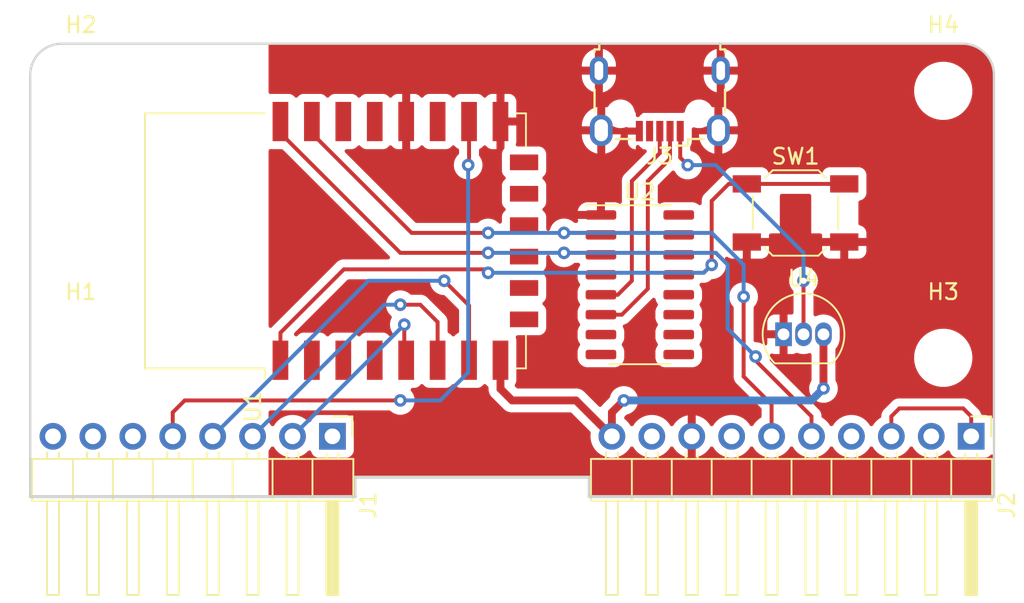
<source format=kicad_pcb>
(kicad_pcb (version 20221018) (generator pcbnew)
  (layers (0 "F.Cu" signal) (31 "B.Cu" signal) (34 "B.Paste" user) (35 "F.Paste" user) (36 "B.SilkS" user "B.Silkscreen") (37 "F.SilkS" user "F.Silkscreen") (38 "B.Mask" user) (39 "F.Mask" user) (44 "Edge.Cuts" user))
  (net 0 "")
  (net 22 "+3.3V")
  (net 23 "Net-(SW1A-C)")
  (net 24 "Net-(J1-C3)")
  (net 25 "Net-(J1-B2)")
  (net 26 "Net-(J1-B3)")
  (net 27 "GND")
  (net 28 "Net-(J1-A4)")
  (net 29 "Net-(J2-TX)")
  (net 30 "Net-(J2-RX)")
  (net 31 "Net-(J3-D+)")
  (net 32 "Net-(J3-D-)")
  (net 33 "Net-(J3-VBUS)")
  (net 35 "Net-(J2-C0)")
  (footprint "Package_TO_SOT_THT:TO-92_Inline" (layer "F.Cu") (at 146.482 78.502)
    (fp_text reference "U4" (at 1.27 -3.56) (layer "F.SilkS"))
    (fp_text value "MCP1700x-330xxTO")
    (fp_line (start -0.53 1.85) (end 3.07 1.85) (stroke (width 0.12)) (layer "F.SilkS"))
    (fp_arc (start -0.568478 1.838478) (mid -1.132087 -0.994977) (end 1.27 -2.6) (stroke (width 0.12)) (layer "F.SilkS"))
    (fp_arc (start 1.27 -2.6) (mid 3.672087 -0.994977) (end 3.108478 1.838478) (stroke (width 0.12)) (layer "F.SilkS"))
    (pad "1" thru_hole rect (at 0 0) (size 1.05 1.5) (drill 0.75) (layers "*.Cu" "*.Mask") (net 27 "GND"))
    (pad "2" thru_hole oval (at 1.27 0) (size 1.05 1.5) (drill 0.75) (layers "*.Cu" "*.Mask") (net 33 "Net-(J3-VBUS)"))
    (pad "3" thru_hole oval (at 2.54 0) (size 1.05 1.5) (drill 0.75) (layers "*.Cu" "*.Mask") (net 22 "+3.3V"))
  )
  (footprint "Connector_PinHeader_2.54mm:PinHeader_1x10_P2.54mm_Horizontal" (layer "F.Cu") (at 135.56 85 -90)
    (fp_text reference "J2" (at 4.385 -25.13 90) (layer "F.SilkS"))
    (fp_text value "Conn_01x10_Pin")
    (fp_line (start -1.27 -24.13) (end 0 -24.13) (stroke (width 0.12)) (layer "F.SilkS"))
    (fp_line (start -1.27 -22.86) (end -1.27 -24.13) (stroke (width 0.12)) (layer "F.SilkS"))
    (fp_line (start 1.042929 -20.7) (end 1.44 -20.7) (stroke (width 0.12)) (layer "F.SilkS"))
    (fp_line (start 1.042929 -19.94) (end 1.44 -19.94) (stroke (width 0.12)) (layer "F.SilkS"))
    (fp_line (start 1.042929 -18.16) (end 1.44 -18.16) (stroke (width 0.12)) (layer "F.SilkS"))
    (fp_line (start 1.042929 -17.4) (end 1.44 -17.4) (stroke (width 0.12)) (layer "F.SilkS"))
    (fp_line (start 1.042929 -15.62) (end 1.44 -15.62) (stroke (width 0.12)) (layer "F.SilkS"))
    (fp_line (start 1.042929 -14.86) (end 1.44 -14.86) (stroke (width 0.12)) (layer "F.SilkS"))
    (fp_line (start 1.042929 -13.08) (end 1.44 -13.08) (stroke (width 0.12)) (layer "F.SilkS"))
    (fp_line (start 1.042929 -12.32) (end 1.44 -12.32) (stroke (width 0.12)) (layer "F.SilkS"))
    (fp_line (start 1.042929 -10.54) (end 1.44 -10.54) (stroke (width 0.12)) (layer "F.SilkS"))
    (fp_line (start 1.042929 -9.78) (end 1.44 -9.78) (stroke (width 0.12)) (layer "F.SilkS"))
    (fp_line (start 1.042929 -8) (end 1.44 -8) (stroke (width 0.12)) (layer "F.SilkS"))
    (fp_line (start 1.042929 -7.24) (end 1.44 -7.24) (stroke (width 0.12)) (layer "F.SilkS"))
    (fp_line (start 1.042929 -5.46) (end 1.44 -5.46) (stroke (width 0.12)) (layer "F.SilkS"))
    (fp_line (start 1.042929 -4.7) (end 1.44 -4.7) (stroke (width 0.12)) (layer "F.SilkS"))
    (fp_line (start 1.042929 -2.92) (end 1.44 -2.92) (stroke (width 0.12)) (layer "F.SilkS"))
    (fp_line (start 1.042929 -2.16) (end 1.44 -2.16) (stroke (width 0.12)) (layer "F.SilkS"))
    (fp_line (start 1.042929 -0.38) (end 1.44 -0.38) (stroke (width 0.12)) (layer "F.SilkS"))
    (fp_line (start 1.042929 0.38) (end 1.44 0.38) (stroke (width 0.12)) (layer "F.SilkS"))
    (fp_line (start 1.11 -23.24) (end 1.44 -23.24) (stroke (width 0.12)) (layer "F.SilkS"))
    (fp_line (start 1.11 -22.48) (end 1.44 -22.48) (stroke (width 0.12)) (layer "F.SilkS"))
    (fp_line (start 1.44 -24.19) (end 1.44 1.33) (stroke (width 0.12)) (layer "F.SilkS"))
    (fp_line (start 1.44 -21.59) (end 4.1 -21.59) (stroke (width 0.12)) (layer "F.SilkS"))
    (fp_line (start 1.44 -19.05) (end 4.1 -19.05) (stroke (width 0.12)) (layer "F.SilkS"))
    (fp_line (start 1.44 -16.51) (end 4.1 -16.51) (stroke (width 0.12)) (layer "F.SilkS"))
    (fp_line (start 1.44 -13.97) (end 4.1 -13.97) (stroke (width 0.12)) (layer "F.SilkS"))
    (fp_line (start 1.44 -11.43) (end 4.1 -11.43) (stroke (width 0.12)) (layer "F.SilkS"))
    (fp_line (start 1.44 -8.89) (end 4.1 -8.89) (stroke (width 0.12)) (layer "F.SilkS"))
    (fp_line (start 1.44 -6.35) (end 4.1 -6.35) (stroke (width 0.12)) (layer "F.SilkS"))
    (fp_line (start 1.44 -3.81) (end 4.1 -3.81) (stroke (width 0.12)) (layer "F.SilkS"))
    (fp_line (start 1.44 -1.27) (end 4.1 -1.27) (stroke (width 0.12)) (layer "F.SilkS"))
    (fp_line (start 1.44 1.33) (end 4.1 1.33) (stroke (width 0.12)) (layer "F.SilkS"))
    (fp_line (start 4.1 -24.19) (end 1.44 -24.19) (stroke (width 0.12)) (layer "F.SilkS"))
    (fp_line (start 4.1 -23.24) (end 10.1 -23.24) (stroke (width 0.12)) (layer "F.SilkS"))
    (fp_line (start 4.1 -23.18) (end 10.1 -23.18) (stroke (width 0.12)) (layer "F.SilkS"))
    (fp_line (start 4.1 -23.06) (end 10.1 -23.06) (stroke (width 0.12)) (layer "F.SilkS"))
    (fp_line (start 4.1 -22.94) (end 10.1 -22.94) (stroke (width 0.12)) (layer "F.SilkS"))
    (fp_line (start 4.1 -22.82) (end 10.1 -22.82) (stroke (width 0.12)) (layer "F.SilkS"))
    (fp_line (start 4.1 -22.7) (end 10.1 -22.7) (stroke (width 0.12)) (layer "F.SilkS"))
    (fp_line (start 4.1 -22.58) (end 10.1 -22.58) (stroke (width 0.12)) (layer "F.SilkS"))
    (fp_line (start 4.1 -20.7) (end 10.1 -20.7) (stroke (width 0.12)) (layer "F.SilkS"))
    (fp_line (start 4.1 -18.16) (end 10.1 -18.16) (stroke (width 0.12)) (layer "F.SilkS"))
    (fp_line (start 4.1 -15.62) (end 10.1 -15.62) (stroke (width 0.12)) (layer "F.SilkS"))
    (fp_line (start 4.1 -13.08) (end 10.1 -13.08) (stroke (width 0.12)) (layer "F.SilkS"))
    (fp_line (start 4.1 -10.54) (end 10.1 -10.54) (stroke (width 0.12)) (layer "F.SilkS"))
    (fp_line (start 4.1 -8) (end 10.1 -8) (stroke (width 0.12)) (layer "F.SilkS"))
    (fp_line (start 4.1 -5.46) (end 10.1 -5.46) (stroke (width 0.12)) (layer "F.SilkS"))
    (fp_line (start 4.1 -2.92) (end 10.1 -2.92) (stroke (width 0.12)) (layer "F.SilkS"))
    (fp_line (start 4.1 -0.38) (end 10.1 -0.38) (stroke (width 0.12)) (layer "F.SilkS"))
    (fp_line (start 4.1 1.33) (end 4.1 -24.19) (stroke (width 0.12)) (layer "F.SilkS"))
    (fp_line (start 10.1 -23.24) (end 10.1 -22.48) (stroke (width 0.12)) (layer "F.SilkS"))
    (fp_line (start 10.1 -22.48) (end 4.1 -22.48) (stroke (width 0.12)) (layer "F.SilkS"))
    (fp_line (start 10.1 -20.7) (end 10.1 -19.94) (stroke (width 0.12)) (layer "F.SilkS"))
    (fp_line (start 10.1 -19.94) (end 4.1 -19.94) (stroke (width 0.12)) (layer "F.SilkS"))
    (fp_line (start 10.1 -18.16) (end 10.1 -17.4) (stroke (width 0.12)) (layer "F.SilkS"))
    (fp_line (start 10.1 -17.4) (end 4.1 -17.4) (stroke (width 0.12)) (layer "F.SilkS"))
    (fp_line (start 10.1 -15.62) (end 10.1 -14.86) (stroke (width 0.12)) (layer "F.SilkS"))
    (fp_line (start 10.1 -14.86) (end 4.1 -14.86) (stroke (width 0.12)) (layer "F.SilkS"))
    (fp_line (start 10.1 -13.08) (end 10.1 -12.32) (stroke (width 0.12)) (layer "F.SilkS"))
    (fp_line (start 10.1 -12.32) (end 4.1 -12.32) (stroke (width 0.12)) (layer "F.SilkS"))
    (fp_line (start 10.1 -10.54) (end 10.1 -9.78) (stroke (width 0.12)) (layer "F.SilkS"))
    (fp_line (start 10.1 -9.78) (end 4.1 -9.78) (stroke (width 0.12)) (layer "F.SilkS"))
    (fp_line (start 10.1 -8) (end 10.1 -7.24) (stroke (width 0.12)) (layer "F.SilkS"))
    (fp_line (start 10.1 -7.24) (end 4.1 -7.24) (stroke (width 0.12)) (layer "F.SilkS"))
    (fp_line (start 10.1 -5.46) (end 10.1 -4.7) (stroke (width 0.12)) (layer "F.SilkS"))
    (fp_line (start 10.1 -4.7) (end 4.1 -4.7) (stroke (width 0.12)) (layer "F.SilkS"))
    (fp_line (start 10.1 -2.92) (end 10.1 -2.16) (stroke (width 0.12)) (layer "F.SilkS"))
    (fp_line (start 10.1 -2.16) (end 4.1 -2.16) (stroke (width 0.12)) (layer "F.SilkS"))
    (fp_line (start 10.1 -0.38) (end 10.1 0.38) (stroke (width 0.12)) (layer "F.SilkS"))
    (fp_line (start 10.1 0.38) (end 4.1 0.38) (stroke (width 0.12)) (layer "F.SilkS"))
    (pad "1" thru_hole rect (at 0 -22.86 270) (size 1.7 1.7) (drill 1) (layers "*.Cu" "*.Mask") (net 35 "Net-(J2-C0)"))
    (pad "2" thru_hole oval (at 0 -20.32 270) (size 1.7 1.7) (drill 1) (layers "*.Cu" "*.Mask"))
    (pad "3" thru_hole oval (at 0 -17.78 270) (size 1.7 1.7) (drill 1) (layers "*.Cu" "*.Mask") (net 35 "Net-(J2-C0)"))
    (pad "4" thru_hole oval (at 0 -15.24 270) (size 1.7 1.7) (drill 1) (layers "*.Cu" "*.Mask"))
    (pad "5" thru_hole oval (at 0 -12.7 270) (size 1.7 1.7) (drill 1) (layers "*.Cu" "*.Mask") (net 30 "Net-(J2-RX)"))
    (pad "6" thru_hole oval (at 0 -10.16 270) (size 1.7 1.7) (drill 1) (layers "*.Cu" "*.Mask") (net 29 "Net-(J2-TX)"))
    (pad "7" thru_hole oval (at 0 -7.62 270) (size 1.7 1.7) (drill 1) (layers "*.Cu" "*.Mask"))
    (pad "8" thru_hole oval (at 0 -5.08 270) (size 1.7 1.7) (drill 1) (layers "*.Cu" "*.Mask") (net 27 "GND"))
    (pad "9" thru_hole oval (at 0 -2.54 270) (size 1.7 1.7) (drill 1) (layers "*.Cu" "*.Mask"))
    (pad "10" thru_hole oval (at 0 0 270) (size 1.7 1.7) (drill 1) (layers "*.Cu" "*.Mask") (net 22 "+3.3V"))
  )
  (footprint "Connector_PinHeader_2.54mm:PinHeader_1x08_P2.54mm_Horizontal" (layer "F.Cu") (at 100 85 -90)
    (fp_text reference "J1" (at 4.385 -20.05 90) (layer "F.SilkS"))
    (fp_text value "Conn_01x08_Pin")
    (fp_line (start -1.27 -19.05) (end 0 -19.05) (stroke (width 0.12)) (layer "F.SilkS"))
    (fp_line (start -1.27 -17.78) (end -1.27 -19.05) (stroke (width 0.12)) (layer "F.SilkS"))
    (fp_line (start 1.042929 -15.62) (end 1.44 -15.62) (stroke (width 0.12)) (layer "F.SilkS"))
    (fp_line (start 1.042929 -14.86) (end 1.44 -14.86) (stroke (width 0.12)) (layer "F.SilkS"))
    (fp_line (start 1.042929 -13.08) (end 1.44 -13.08) (stroke (width 0.12)) (layer "F.SilkS"))
    (fp_line (start 1.042929 -12.32) (end 1.44 -12.32) (stroke (width 0.12)) (layer "F.SilkS"))
    (fp_line (start 1.042929 -10.54) (end 1.44 -10.54) (stroke (width 0.12)) (layer "F.SilkS"))
    (fp_line (start 1.042929 -9.78) (end 1.44 -9.78) (stroke (width 0.12)) (layer "F.SilkS"))
    (fp_line (start 1.042929 -8) (end 1.44 -8) (stroke (width 0.12)) (layer "F.SilkS"))
    (fp_line (start 1.042929 -7.24) (end 1.44 -7.24) (stroke (width 0.12)) (layer "F.SilkS"))
    (fp_line (start 1.042929 -5.46) (end 1.44 -5.46) (stroke (width 0.12)) (layer "F.SilkS"))
    (fp_line (start 1.042929 -4.7) (end 1.44 -4.7) (stroke (width 0.12)) (layer "F.SilkS"))
    (fp_line (start 1.042929 -2.92) (end 1.44 -2.92) (stroke (width 0.12)) (layer "F.SilkS"))
    (fp_line (start 1.042929 -2.16) (end 1.44 -2.16) (stroke (width 0.12)) (layer "F.SilkS"))
    (fp_line (start 1.042929 -0.38) (end 1.44 -0.38) (stroke (width 0.12)) (layer "F.SilkS"))
    (fp_line (start 1.042929 0.38) (end 1.44 0.38) (stroke (width 0.12)) (layer "F.SilkS"))
    (fp_line (start 1.11 -18.16) (end 1.44 -18.16) (stroke (width 0.12)) (layer "F.SilkS"))
    (fp_line (start 1.11 -17.4) (end 1.44 -17.4) (stroke (width 0.12)) (layer "F.SilkS"))
    (fp_line (start 1.44 -19.11) (end 1.44 1.33) (stroke (width 0.12)) (layer "F.SilkS"))
    (fp_line (start 1.44 -16.51) (end 4.1 -16.51) (stroke (width 0.12)) (layer "F.SilkS"))
    (fp_line (start 1.44 -13.97) (end 4.1 -13.97) (stroke (width 0.12)) (layer "F.SilkS"))
    (fp_line (start 1.44 -11.43) (end 4.1 -11.43) (stroke (width 0.12)) (layer "F.SilkS"))
    (fp_line (start 1.44 -8.89) (end 4.1 -8.89) (stroke (width 0.12)) (layer "F.SilkS"))
    (fp_line (start 1.44 -6.35) (end 4.1 -6.35) (stroke (width 0.12)) (layer "F.SilkS"))
    (fp_line (start 1.44 -3.81) (end 4.1 -3.81) (stroke (width 0.12)) (layer "F.SilkS"))
    (fp_line (start 1.44 -1.27) (end 4.1 -1.27) (stroke (width 0.12)) (layer "F.SilkS"))
    (fp_line (start 1.44 1.33) (end 4.1 1.33) (stroke (width 0.12)) (layer "F.SilkS"))
    (fp_line (start 4.1 -19.11) (end 1.44 -19.11) (stroke (width 0.12)) (layer "F.SilkS"))
    (fp_line (start 4.1 -18.16) (end 10.1 -18.16) (stroke (width 0.12)) (layer "F.SilkS"))
    (fp_line (start 4.1 -18.1) (end 10.1 -18.1) (stroke (width 0.12)) (layer "F.SilkS"))
    (fp_line (start 4.1 -17.98) (end 10.1 -17.98) (stroke (width 0.12)) (layer "F.SilkS"))
    (fp_line (start 4.1 -17.86) (end 10.1 -17.86) (stroke (width 0.12)) (layer "F.SilkS"))
    (fp_line (start 4.1 -17.74) (end 10.1 -17.74) (stroke (width 0.12)) (layer "F.SilkS"))
    (fp_line (start 4.1 -17.62) (end 10.1 -17.62) (stroke (width 0.12)) (layer "F.SilkS"))
    (fp_line (start 4.1 -17.5) (end 10.1 -17.5) (stroke (width 0.12)) (layer "F.SilkS"))
    (fp_line (start 4.1 -15.62) (end 10.1 -15.62) (stroke (width 0.12)) (layer "F.SilkS"))
    (fp_line (start 4.1 -13.08) (end 10.1 -13.08) (stroke (width 0.12)) (layer "F.SilkS"))
    (fp_line (start 4.1 -10.54) (end 10.1 -10.54) (stroke (width 0.12)) (layer "F.SilkS"))
    (fp_line (start 4.1 -8) (end 10.1 -8) (stroke (width 0.12)) (layer "F.SilkS"))
    (fp_line (start 4.1 -5.46) (end 10.1 -5.46) (stroke (width 0.12)) (layer "F.SilkS"))
    (fp_line (start 4.1 -2.92) (end 10.1 -2.92) (stroke (width 0.12)) (layer "F.SilkS"))
    (fp_line (start 4.1 -0.38) (end 10.1 -0.38) (stroke (width 0.12)) (layer "F.SilkS"))
    (fp_line (start 4.1 1.33) (end 4.1 -19.11) (stroke (width 0.12)) (layer "F.SilkS"))
    (fp_line (start 10.1 -18.16) (end 10.1 -17.4) (stroke (width 0.12)) (layer "F.SilkS"))
    (fp_line (start 10.1 -17.4) (end 4.1 -17.4) (stroke (width 0.12)) (layer "F.SilkS"))
    (fp_line (start 10.1 -15.62) (end 10.1 -14.86) (stroke (width 0.12)) (layer "F.SilkS"))
    (fp_line (start 10.1 -14.86) (end 4.1 -14.86) (stroke (width 0.12)) (layer "F.SilkS"))
    (fp_line (start 10.1 -13.08) (end 10.1 -12.32) (stroke (width 0.12)) (layer "F.SilkS"))
    (fp_line (start 10.1 -12.32) (end 4.1 -12.32) (stroke (width 0.12)) (layer "F.SilkS"))
    (fp_line (start 10.1 -10.54) (end 10.1 -9.78) (stroke (width 0.12)) (layer "F.SilkS"))
    (fp_line (start 10.1 -9.78) (end 4.1 -9.78) (stroke (width 0.12)) (layer "F.SilkS"))
    (fp_line (start 10.1 -8) (end 10.1 -7.24) (stroke (width 0.12)) (layer "F.SilkS"))
    (fp_line (start 10.1 -7.24) (end 4.1 -7.24) (stroke (width 0.12)) (layer "F.SilkS"))
    (fp_line (start 10.1 -5.46) (end 10.1 -4.7) (stroke (width 0.12)) (layer "F.SilkS"))
    (fp_line (start 10.1 -4.7) (end 4.1 -4.7) (stroke (width 0.12)) (layer "F.SilkS"))
    (fp_line (start 10.1 -2.92) (end 10.1 -2.16) (stroke (width 0.12)) (layer "F.SilkS"))
    (fp_line (start 10.1 -2.16) (end 4.1 -2.16) (stroke (width 0.12)) (layer "F.SilkS"))
    (fp_line (start 10.1 -0.38) (end 10.1 0.38) (stroke (width 0.12)) (layer "F.SilkS"))
    (fp_line (start 10.1 0.38) (end 4.1 0.38) (stroke (width 0.12)) (layer "F.SilkS"))
    (pad "1" thru_hole rect (at 0 -17.78 270) (size 1.7 1.7) (drill 1) (layers "*.Cu" "*.Mask"))
    (pad "2" thru_hole oval (at 0 -15.24 270) (size 1.7 1.7) (drill 1) (layers "*.Cu" "*.Mask") (net 24 "Net-(J1-C3)"))
    (pad "3" thru_hole oval (at 0 -12.7 270) (size 1.7 1.7) (drill 1) (layers "*.Cu" "*.Mask") (net 25 "Net-(J1-B2)"))
    (pad "4" thru_hole oval (at 0 -10.16 270) (size 1.7 1.7) (drill 1) (layers "*.Cu" "*.Mask") (net 26 "Net-(J1-B3)"))
    (pad "5" thru_hole oval (at 0 -7.62 270) (size 1.7 1.7) (drill 1) (layers "*.Cu" "*.Mask") (net 28 "Net-(J1-A4)"))
    (pad "6" thru_hole oval (at 0 -5.08 270) (size 1.7 1.7) (drill 1) (layers "*.Cu" "*.Mask"))
    (pad "7" thru_hole oval (at 0 -2.54 270) (size 1.7 1.7) (drill 1) (layers "*.Cu" "*.Mask"))
    (pad "8" thru_hole oval (at 0 0 270) (size 1.7 1.7) (drill 1) (layers "*.Cu" "*.Mask"))
  )
  (footprint "Button_Switch_SMD:SW_SPST_SKQG_WithStem" (layer "F.Cu") (at 147.244 70.776)
    (fp_text reference "SW1" (at 0 -3.6) (layer "F.SilkS"))
    (fp_text value "RESET button")
    (fp_line (start -2.72 1.04) (end -2.72 -1.04) (stroke (width 0.12)) (layer "F.SilkS"))
    (fp_line (start -1.45 -2.72) (end -1.94 -2.23) (stroke (width 0.12)) (layer "F.SilkS"))
    (fp_line (start -1.45 -2.72) (end 1.45 -2.72) (stroke (width 0.12)) (layer "F.SilkS"))
    (fp_line (start -1.45 2.72) (end -1.94 2.23) (stroke (width 0.12)) (layer "F.SilkS"))
    (fp_line (start -1.45 2.72) (end 1.45 2.72) (stroke (width 0.12)) (layer "F.SilkS"))
    (fp_line (start 1.45 -2.72) (end 1.94 -2.23) (stroke (width 0.12)) (layer "F.SilkS"))
    (fp_line (start 1.45 2.72) (end 1.94 2.23) (stroke (width 0.12)) (layer "F.SilkS"))
    (fp_line (start 2.72 1.04) (end 2.72 -1.04) (stroke (width 0.12)) (layer "F.SilkS"))
    (pad "1" smd rect (at -3.1 -1.85) (size 1.8 1.1) (layers "F.Cu" "F.Paste" "F.Mask") (net 23 "Net-(SW1A-C)"))
    (pad "1" smd rect (at 3.1 -1.85) (size 1.8 1.1) (layers "F.Cu" "F.Paste" "F.Mask") (net 23 "Net-(SW1A-C)"))
    (pad "2" smd rect (at -3.1 1.85) (size 1.8 1.1) (layers "F.Cu" "F.Paste" "F.Mask") (net 27 "GND"))
    (pad "2" smd rect (at 3.1 1.85) (size 1.8 1.1) (layers "F.Cu" "F.Paste" "F.Mask") (net 27 "GND"))
    (zone (net 0) (net_name "") (layer "F.Cu") (connect_pads (clearance 0)) (min_thickness 0.254)
      (keepout (tracks not_allowed) (vias not_allowed) (pads not_allowed) (copperpour not_allowed) (footprints not_allowed))
      (fill (thermal_gap 0.508) (thermal_bridge_width 0.508))
      (polygon (pts (xy 143.244 69.476) (xy 146.244 69.476) (xy 146.244 72.076) (xy 143.244 72.076)))
    )
    (zone (net 0) (net_name "") (layer "F.Cu") (connect_pads (clearance 0)) (min_thickness 0.254)
      (keepout (tracks not_allowed) (vias not_allowed) (pads not_allowed) (copperpour not_allowed) (footprints not_allowed))
      (fill (thermal_gap 0.508) (thermal_bridge_width 0.508))
      (polygon (pts (xy 148.244 69.476) (xy 151.244 69.476) (xy 151.244 72.076) (xy 148.244 72.076)))
    )
  )
  (footprint "Package_SO:SOIC-16_3.9x9.9mm_P1.27mm" (layer "F.Cu") (at 137.338 75.348)
    (fp_text reference "U2" (at 0 -5.9) (layer "F.SilkS"))
    (fp_text value "CH340C")
    (fp_line (start 0 -5.06) (end -3.45 -5.06) (stroke (width 0.12)) (layer "F.SilkS"))
    (fp_line (start 0 -5.06) (end 1.95 -5.06) (stroke (width 0.12)) (layer "F.SilkS"))
    (fp_line (start 0 5.06) (end -1.95 5.06) (stroke (width 0.12)) (layer "F.SilkS"))
    (fp_line (start 0 5.06) (end 1.95 5.06) (stroke (width 0.12)) (layer "F.SilkS"))
    (pad "1" smd roundrect (at -2.475 -4.445) (size 1.95 0.6) (layers "F.Cu" "F.Paste" "F.Mask") (net 27 "GND"))
    (pad "2" smd roundrect (at -2.475 -3.175) (size 1.95 0.6) (layers "F.Cu" "F.Paste" "F.Mask") (net 29 "Net-(J2-TX)"))
    (pad "3" smd roundrect (at -2.475 -1.905) (size 1.95 0.6) (layers "F.Cu" "F.Paste" "F.Mask") (net 30 "Net-(J2-RX)"))
    (pad "4" smd roundrect (at -2.475 -0.635) (size 1.95 0.6) (layers "F.Cu" "F.Paste" "F.Mask"))
    (pad "5" smd roundrect (at -2.475 0.635) (size 1.95 0.6) (layers "F.Cu" "F.Paste" "F.Mask") (net 31 "Net-(J3-D+)"))
    (pad "6" smd roundrect (at -2.475 1.905) (size 1.95 0.6) (layers "F.Cu" "F.Paste" "F.Mask") (net 32 "Net-(J3-D-)"))
    (pad "7" smd roundrect (at -2.475 3.175) (size 1.95 0.6) (layers "F.Cu" "F.Paste" "F.Mask"))
    (pad "8" smd roundrect (at -2.475 4.445) (size 1.95 0.6) (layers "F.Cu" "F.Paste" "F.Mask"))
    (pad "9" smd roundrect (at 2.475 4.445) (size 1.95 0.6) (layers "F.Cu" "F.Paste" "F.Mask"))
    (pad "10" smd roundrect (at 2.475 3.175) (size 1.95 0.6) (layers "F.Cu" "F.Paste" "F.Mask"))
    (pad "11" smd roundrect (at 2.475 1.905) (size 1.95 0.6) (layers "F.Cu" "F.Paste" "F.Mask"))
    (pad "12" smd roundrect (at 2.475 0.635) (size 1.95 0.6) (layers "F.Cu" "F.Paste" "F.Mask"))
    (pad "13" smd roundrect (at 2.475 -0.635) (size 1.95 0.6) (layers "F.Cu" "F.Paste" "F.Mask") (net 23 "Net-(SW1A-C)"))
    (pad "14" smd roundrect (at 2.475 -1.905) (size 1.95 0.6) (layers "F.Cu" "F.Paste" "F.Mask"))
    (pad "15" smd roundrect (at 2.475 -3.175) (size 1.95 0.6) (layers "F.Cu" "F.Paste" "F.Mask"))
    (pad "16" smd roundrect (at 2.475 -4.445) (size 1.95 0.6) (layers "F.Cu" "F.Paste" "F.Mask") (net 22 "+3.3V"))
  )
  (footprint "RF_Module:ESP-12E" (layer "F.Cu") (at 117.972 72.554 90)
    (fp_text reference "U1" (at -10.56 -5.26 90) (layer "F.SilkS"))
    (fp_text value "ESP-12E")
    (fp_line (start -8.12 -12.12) (end 8.12 -12.12) (stroke (width 0.12)) (layer "F.SilkS"))
    (fp_line (start -8.12 -4.5) (end -8.73 -4.5) (stroke (width 0.12)) (layer "F.SilkS"))
    (fp_line (start -8.12 -4.5) (end -8.12 -12.12) (stroke (width 0.12)) (layer "F.SilkS"))
    (fp_line (start -8.12 12.12) (end -8.12 11.5) (stroke (width 0.12)) (layer "F.SilkS"))
    (fp_line (start -6 12.12) (end -8.12 12.12) (stroke (width 0.12)) (layer "F.SilkS"))
    (fp_line (start 8.12 -12.12) (end 8.12 -4.5) (stroke (width 0.12)) (layer "F.SilkS"))
    (fp_line (start 8.12 11.5) (end 8.12 12.12) (stroke (width 0.12)) (layer "F.SilkS"))
    (fp_line (start 8.12 12.12) (end 6 12.12) (stroke (width 0.12)) (layer "F.SilkS"))
    (pad "1" smd rect (at -7.6 -3.5 90) (size 2.5 1) (layers "F.Cu" "F.Paste" "F.Mask") (net 23 "Net-(SW1A-C)"))
    (pad "2" smd rect (at -7.6 -1.5 90) (size 2.5 1) (layers "F.Cu" "F.Paste" "F.Mask"))
    (pad "3" smd rect (at -7.6 0.5 90) (size 2.5 1) (layers "F.Cu" "F.Paste" "F.Mask"))
    (pad "4" smd rect (at -7.6 2.5 90) (size 2.5 1) (layers "F.Cu" "F.Paste" "F.Mask"))
    (pad "5" smd rect (at -7.6 4.5 90) (size 2.5 1) (layers "F.Cu" "F.Paste" "F.Mask") (net 24 "Net-(J1-C3)"))
    (pad "6" smd rect (at -7.6 6.5 90) (size 2.5 1) (layers "F.Cu" "F.Paste" "F.Mask") (net 25 "Net-(J1-B2)"))
    (pad "7" smd rect (at -7.6 8.5 90) (size 2.5 1) (layers "F.Cu" "F.Paste" "F.Mask") (net 26 "Net-(J1-B3)"))
    (pad "8" smd rect (at -7.6 10.5 90) (size 2.5 1) (layers "F.Cu" "F.Paste" "F.Mask") (net 22 "+3.3V"))
    (pad "9" smd rect (at -5 12 90) (size 1 1.8) (layers "F.Cu" "F.Paste" "F.Mask"))
    (pad "10" smd rect (at -3 12 90) (size 1 1.8) (layers "F.Cu" "F.Paste" "F.Mask"))
    (pad "11" smd rect (at -1 12 90) (size 1 1.8) (layers "F.Cu" "F.Paste" "F.Mask"))
    (pad "12" smd rect (at 1 12 90) (size 1 1.8) (layers "F.Cu" "F.Paste" "F.Mask"))
    (pad "13" smd rect (at 3 12 90) (size 1 1.8) (layers "F.Cu" "F.Paste" "F.Mask"))
    (pad "14" smd rect (at 5 12 90) (size 1 1.8) (layers "F.Cu" "F.Paste" "F.Mask"))
    (pad "15" smd rect (at 7.6 10.5 90) (size 2.5 1) (layers "F.Cu" "F.Paste" "F.Mask") (net 27 "GND"))
    (pad "16" smd rect (at 7.6 8.5 90) (size 2.5 1) (layers "F.Cu" "F.Paste" "F.Mask") (net 28 "Net-(J1-A4)"))
    (pad "17" smd rect (at 7.6 6.5 90) (size 2.5 1) (layers "F.Cu" "F.Paste" "F.Mask"))
    (pad "18" smd rect (at 7.6 4.5 90) (size 2.5 1) (layers "F.Cu" "F.Paste" "F.Mask") (net 27 "GND"))
    (pad "19" smd rect (at 7.6 2.5 90) (size 2.5 1) (layers "F.Cu" "F.Paste" "F.Mask"))
    (pad "20" smd rect (at 7.6 0.5 90) (size 2.5 1) (layers "F.Cu" "F.Paste" "F.Mask"))
    (pad "21" smd rect (at 7.6 -1.5 90) (size 2.5 1) (layers "F.Cu" "F.Paste" "F.Mask") (net 29 "Net-(J2-TX)"))
    (pad "22" smd rect (at 7.6 -3.5 90) (size 2.5 1) (layers "F.Cu" "F.Paste" "F.Mask") (net 30 "Net-(J2-RX)"))
    (zone (net 0) (net_name "") (layers "*.Cu") (connect_pads (clearance 0)) (min_thickness 0.254)
      (keepout (tracks not_allowed) (vias not_allowed) (pads not_allowed) (copperpour not_allowed) (footprints not_allowed))
      (fill (thermal_gap 0.508) (thermal_bridge_width 0.508))
      (polygon (pts (xy 113.172 80.674) (xy 113.172 64.434) (xy 105.852 64.434) (xy 105.852 80.674)))
    )
  )
  (footprint "MountingHole:MountingHole_3.2mm_M3" (layer "F.Cu") (at 156.642 80)
    (fp_text reference "H3" (at 0 -4.2) (layer "F.SilkS"))
    (fp_text value "MountingHole")
    (pad "" np_thru_hole circle (at 0 0) (size 3.2 3.2) (drill 3.2) (layers "*.Cu" "*.Mask"))
  )
  (footprint "Connector_USB:USB_Micro-B_Wuerth_629105150521" (layer "F.Cu") (at 138.608 63.664 180)
    (fp_text reference "J3" (at 0 -3.5) (layer "F.SilkS"))
    (fp_text value "USB_B_Micro")
    (fp_line (start -4.15 -0.65) (end -4.15 0.75) (stroke (width 0.15)) (layer "F.SilkS"))
    (fp_line (start -4.15 3.15) (end -4.15 3.3) (stroke (width 0.15)) (layer "F.SilkS"))
    (fp_line (start -4.15 3.3) (end -3.85 3.3) (stroke (width 0.15)) (layer "F.SilkS"))
    (fp_line (start -3.85 3.3) (end -3.85 3.75) (stroke (width 0.15)) (layer "F.SilkS"))
    (fp_line (start -1.8 -2.825) (end -1.8 -2.4) (stroke (width 0.15)) (layer "F.SilkS"))
    (fp_line (start -1.8 -2.4) (end -2.8 -2.4) (stroke (width 0.15)) (layer "F.SilkS"))
    (fp_line (start -1.075 -2.825) (end -1.8 -2.825) (stroke (width 0.15)) (layer "F.SilkS"))
    (fp_line (start 1.8 -2.4) (end 2.8 -2.4) (stroke (width 0.15)) (layer "F.SilkS"))
    (fp_line (start 3.85 3.3) (end 4.15 3.3) (stroke (width 0.15)) (layer "F.SilkS"))
    (fp_line (start 3.85 3.75) (end 3.85 3.3) (stroke (width 0.15)) (layer "F.SilkS"))
    (fp_line (start 4.15 0.75) (end 4.15 -0.65) (stroke (width 0.15)) (layer "F.SilkS"))
    (fp_line (start 4.15 3.3) (end 4.15 3.15) (stroke (width 0.15)) (layer "F.SilkS"))
    (pad "" np_thru_hole oval (at -2.5 -0.8 180) (size 0.8 0.8) (drill 0.8) (layers "*.Cu" "*.Mask"))
    (pad "" np_thru_hole oval (at 2.5 -0.8 180) (size 0.8 0.8) (drill 0.8) (layers "*.Cu" "*.Mask"))
    (pad "1" smd rect (at -1.3 -1.9 180) (size 0.45 1.3) (layers "F.Cu" "F.Paste" "F.Mask") (net 33 "Net-(J3-VBUS)"))
    (pad "2" smd rect (at -0.65 -1.9 180) (size 0.45 1.3) (layers "F.Cu" "F.Paste" "F.Mask") (net 32 "Net-(J3-D-)"))
    (pad "3" smd rect (at 0 -1.9 180) (size 0.45 1.3) (layers "F.Cu" "F.Paste" "F.Mask") (net 31 "Net-(J3-D+)"))
    (pad "4" smd rect (at 0.65 -1.9 180) (size 0.45 1.3) (layers "F.Cu" "F.Paste" "F.Mask"))
    (pad "5" smd rect (at 1.3 -1.9 180) (size 0.45 1.3) (layers "F.Cu" "F.Paste" "F.Mask") (net 27 "GND"))
    (pad "6" thru_hole oval (at -3.875 1.95 180) (size 1.15 1.8) (drill oval 0.55 1.2) (layers "*.Cu" "*.Mask") (net 27 "GND"))
    (pad "6" thru_hole oval (at -3.725 -1.85 180) (size 1.45 2) (drill oval 0.85 1.4) (layers "*.Cu" "*.Mask") (net 27 "GND"))
    (pad "6" thru_hole oval (at 3.725 -1.85 180) (size 1.45 2) (drill oval 0.85 1.4) (layers "*.Cu" "*.Mask") (net 27 "GND"))
    (pad "6" thru_hole oval (at 3.875 1.95 180) (size 1.15 1.8) (drill oval 0.55 1.2) (layers "*.Cu" "*.Mask") (net 27 "GND"))
  )
  (footprint "MountingHole:MountingHole_3.2mm_M3" (layer "F.Cu") (at 156.642 63)
    (fp_text reference "H4" (at 0 -4.2) (layer "F.SilkS"))
    (fp_text value "MountingHole")
    (pad "" np_thru_hole circle (at 0 0) (size 3.2 3.2) (drill 3.2) (layers "*.Cu" "*.Mask"))
  )
  (footprint "MountingHole:MountingHole_3.2mm_M3" (layer "F.Cu") (at 101.778 80)
    (fp_text reference "H1" (at 0 -4.2) (layer "F.SilkS"))
    (fp_text value "MountingHole")
    (pad "" np_thru_hole circle (at 0 0) (size 3.2 3.2) (drill 3.2) (layers "*.Cu" "*.Mask"))
  )
  (footprint "MountingHole:MountingHole_3.2mm_M3" (layer "F.Cu") (at 101.778 63)
    (fp_text reference "H2" (at 0 -4.2) (layer "F.SilkS"))
    (fp_text value "MountingHole")
    (pad "" np_thru_hole circle (at 0 0) (size 3.2 3.2) (drill 3.2) (layers "*.Cu" "*.Mask"))
  )
  (gr_line (start 157.87 60) (end 100.55 60) (stroke (width 0.15)) (layer "Edge.Cuts"))
  (gr_line (start 134.1 88.84) (end 134.1 87.6) (stroke (width 0.15)) (layer "Edge.Cuts"))
  (gr_line (start 98.55 88.84) (end 98.55 62) (stroke (width 0.15)) (layer "Edge.Cuts"))
  (gr_line (start 119.24 88.84) (end 98.55 88.84) (stroke (width 0.2)) (layer "Edge.Cuts"))
  (gr_line (start 134.1 87.6) (end 119.24 87.6) (stroke (width 0.2)) (layer "Edge.Cuts"))
  (gr_line (start 119.24 87.6) (end 119.24 88.84) (stroke (width 0.15)) (layer "Edge.Cuts"))
  (gr_arc (start 157.87 60) (mid 159.284215 60.585785) (end 159.87 62) (stroke (width 0.15)) (layer "Edge.Cuts"))
  (gr_line (start 159.87 88.84) (end 159.87 62) (stroke (width 0.15)) (layer "Edge.Cuts"))
  (gr_line (start 159.87 88.84) (end 134.1 88.84) (stroke (width 0.2)) (layer "Edge.Cuts"))
  (gr_arc (start 98.55 62) (mid 99.135784 60.585784) (end 100.55 60) (stroke (width 0.15)) (layer "Edge.Cuts"))
  (segment (start 135.56 85) (end 135.56 83.476) (width 0.5) (layer "F.Cu") (net 22))
  (segment (start 135.56 83.476) (end 136.322 82.714) (width 0.5) (layer "F.Cu") (net 22))
  (segment (start 135.56 85) (end 133.274 82.714) (width 0.5) (layer "F.Cu") (net 22))
  (segment (start 128.472 81.976) (end 128.472 80.154) (width 0.5) (layer "F.Cu") (net 22))
  (segment (start 129.21 82.714) (end 128.472 81.976) (width 0.5) (layer "F.Cu") (net 22))
  (segment (start 133.274 82.714) (end 129.21 82.714) (width 0.5) (layer "F.Cu") (net 22))
  (segment (start 149.022 81.952) (end 149.022 78.502) (width 0.5) (layer "F.Cu") (net 22))
  (via (at 136.322 82.714) (size 0.8) (drill 0.4) (layers "F.Cu" "B.Cu") (net 22))
  (via (at 149.022 81.952) (size 0.8) (drill 0.4) (layers "F.Cu" "B.Cu") (net 22))
  (segment (start 136.322 82.714) (end 148.26 82.714) (width 0.5) (layer "B.Cu") (net 22))
  (segment (start 148.26 82.714) (end 149.022 81.952) (width 0.5) (layer "B.Cu") (net 22))
  (segment (start 127.469 74.369) (end 127.686 74.586) (width 0.25) (layer "F.Cu") (net 23))
  (segment (start 141.91 74.078) (end 141.91 70.01) (width 0.25) (layer "F.Cu") (net 23))
  (segment (start 118.034 74.84) (end 118.505 74.369) (width 0.25) (layer "F.Cu") (net 23))
  (segment (start 142.994 68.926) (end 144.144 68.926) (width 0.25) (layer "F.Cu") (net 23))
  (segment (start 140.316751 74.586) (end 141.402 74.586) (width 0.25) (layer "F.Cu") (net 23))
  (segment (start 140.189751 74.713) (end 140.316751 74.586) (width 0.25) (layer "F.Cu") (net 23))
  (segment (start 139.686 74.84) (end 139.813 74.713) (width 0.25) (layer "F.Cu") (net 23))
  (segment (start 114.472 78.402) (end 118.034 74.84) (width 0.25) (layer "F.Cu") (net 23))
  (segment (start 141.91 70.01) (end 142.994 68.926) (width 0.25) (layer "F.Cu") (net 23))
  (segment (start 118.505 74.369) (end 127.469 74.369) (width 0.25) (layer "F.Cu") (net 23))
  (segment (start 144.144 68.926) (end 150.344 68.926) (width 0.25) (layer "F.Cu") (net 23))
  (segment (start 141.402 74.586) (end 141.91 74.078) (width 0.25) (layer "F.Cu") (net 23))
  (segment (start 114.472 80.154) (end 114.472 78.402) (width 0.25) (layer "F.Cu") (net 23))
  (segment (start 139.813 74.713) (end 140.189751 74.713) (width 0.25) (layer "F.Cu") (net 23))
  (via (at 127.686 74.586) (size 0.8) (drill 0.4) (layers "F.Cu" "B.Cu") (net 23))
  (via (at 141.91 74.078) (size 0.8) (drill 0.4) (layers "F.Cu" "B.Cu") (net 23))
  (segment (start 141.402 74.586) (end 141.91 74.078) (width 0.25) (layer "B.Cu") (net 23))
  (segment (start 127.686 74.586) (end 141.402 74.586) (width 0.25) (layer "B.Cu") (net 23))
  (segment (start 122.352 77.888) (end 122.352 80.034) (width 0.25) (layer "F.Cu") (net 24))
  (segment (start 122.352 80.034) (end 122.472 80.154) (width 0.25) (layer "F.Cu") (net 24))
  (via (at 122.352 77.888) (size 0.8) (drill 0.4) (layers "F.Cu" "B.Cu") (net 24))
  (segment (start 115.24 85) (end 122.352 77.888) (width 0.25) (layer "B.Cu") (net 24))
  (segment (start 123.368 76.618) (end 124.472 77.722) (width 0.25) (layer "F.Cu") (net 25))
  (segment (start 122.098 76.618) (end 123.368 76.618) (width 0.25) (layer "F.Cu") (net 25))
  (segment (start 124.472 77.722) (end 124.472 80.154) (width 0.25) (layer "F.Cu") (net 25))
  (via (at 122.098 76.618) (size 0.8) (drill 0.4) (layers "F.Cu" "B.Cu") (net 25))
  (segment (start 112.7 85) (end 121.082 76.618) (width 0.25) (layer "B.Cu") (net 25))
  (segment (start 121.082 76.618) (end 122.098 76.618) (width 0.25) (layer "B.Cu") (net 25))
  (segment (start 124.892 75.094) (end 126.472 76.674) (width 0.25) (layer "F.Cu") (net 26))
  (segment (start 126.472 76.674) (end 126.472 80.154) (width 0.25) (layer "F.Cu") (net 26))
  (via (at 124.892 75.094) (size 0.8) (drill 0.4) (layers "F.Cu" "B.Cu") (net 26))
  (segment (start 110.16 85) (end 120.066 75.094) (width 0.25) (layer "B.Cu") (net 26))
  (segment (start 120.066 75.094) (end 124.892 75.094) (width 0.25) (layer "B.Cu") (net 26))
  (segment (start 107.62 85) (end 107.62 83.476) (width 0.25) (layer "F.Cu") (net 28))
  (segment (start 126.416 67.728) (end 126.472 67.672) (width 0.25) (layer "F.Cu") (net 28))
  (segment (start 107.62 83.476) (end 108.382 82.714) (width 0.25) (layer "F.Cu") (net 28))
  (segment (start 126.472 67.672) (end 126.472 64.954) (width 0.25) (layer "F.Cu") (net 28))
  (segment (start 108.382 82.714) (end 122.098 82.714) (width 0.25) (layer "F.Cu") (net 28))
  (via (at 122.098 82.714) (size 0.8) (drill 0.4) (layers "F.Cu" "B.Cu") (net 28))
  (via (at 126.416 67.728) (size 0.8) (drill 0.4) (layers "F.Cu" "B.Cu") (net 28))
  (segment (start 122.098 82.714) (end 124.638 82.714) (width 0.25) (layer "B.Cu") (net 28))
  (segment (start 126.416 80.936) (end 126.416 67.728) (width 0.25) (layer "B.Cu") (net 28))
  (segment (start 124.638 82.714) (end 126.416 80.936) (width 0.25) (layer "B.Cu") (net 28))
  (segment (start 143.942 76.11) (end 143.942 81.19) (width 0.25) (layer "F.Cu") (net 29))
  (segment (start 116.472 65.704) (end 122.814 72.046) (width 0.25) (layer "F.Cu") (net 29))
  (segment (start 145.72 82.968) (end 145.72 85) (width 0.25) (layer "F.Cu") (net 29))
  (segment (start 122.814 72.046) (end 127.686 72.046) (width 0.25) (layer "F.Cu") (net 29))
  (segment (start 134.736 72.046) (end 134.863 72.173) (width 0.25) (layer "F.Cu") (net 29))
  (segment (start 116.472 64.954) (end 116.472 65.704) (width 0.25) (layer "F.Cu") (net 29))
  (segment (start 143.942 81.19) (end 145.72 82.968) (width 0.25) (layer "F.Cu") (net 29))
  (segment (start 132.512 72.046) (end 134.736 72.046) (width 0.25) (layer "F.Cu") (net 29))
  (via (at 127.686 72.046) (size 0.8) (drill 0.4) (layers "F.Cu" "B.Cu") (net 29))
  (via (at 143.942 76.11) (size 0.8) (drill 0.4) (layers "F.Cu" "B.Cu") (net 29))
  (via (at 132.512 72.046) (size 0.8) (drill 0.4) (layers "F.Cu" "B.Cu") (net 29))
  (segment (start 143.942 74.078) (end 143.942 76.11) (width 0.25) (layer "B.Cu") (net 29))
  (segment (start 141.91 72.046) (end 143.942 74.078) (width 0.25) (layer "B.Cu") (net 29))
  (segment (start 127.686 72.046) (end 132.512 72.046) (width 0.25) (layer "B.Cu") (net 29))
  (segment (start 132.512 72.046) (end 141.91 72.046) (width 0.25) (layer "B.Cu") (net 29))
  (segment (start 144.704 80.174) (end 144.704 79.92) (width 0.25) (layer "F.Cu") (net 30))
  (segment (start 114.472 64.954) (end 114.472 65.69) (width 0.25) (layer "F.Cu") (net 30))
  (segment (start 148.26 83.73) (end 148.26 85) (width 0.25) (layer "F.Cu") (net 30))
  (segment (start 134.736 73.316) (end 134.863 73.443) (width 0.25) (layer "F.Cu") (net 30))
  (segment (start 114.472 65.69) (end 122.098 73.316) (width 0.25) (layer "F.Cu") (net 30))
  (segment (start 132.512 73.316) (end 134.736 73.316) (width 0.25) (layer "F.Cu") (net 30))
  (segment (start 148.26 83.73) (end 144.704 80.174) (width 0.25) (layer "F.Cu") (net 30))
  (segment (start 122.098 73.316) (end 127.686 73.316) (width 0.25) (layer "F.Cu") (net 30))
  (via (at 144.704 79.92) (size 0.8) (drill 0.4) (layers "F.Cu" "B.Cu") (net 30))
  (via (at 132.512 73.316) (size 0.8) (drill 0.4) (layers "F.Cu" "B.Cu") (net 30))
  (via (at 127.686 73.316) (size 0.8) (drill 0.4) (layers "F.Cu" "B.Cu") (net 30))
  (segment (start 142.926 78.142) (end 142.926 77.634) (width 0.25) (layer "B.Cu") (net 30))
  (segment (start 144.704 79.92) (end 142.926 78.142) (width 0.25) (layer "B.Cu") (net 30))
  (segment (start 132.512 73.316) (end 142.173305 73.316) (width 0.25) (layer "B.Cu") (net 30))
  (segment (start 142.926 74.068695) (end 142.926 77.634) (width 0.25) (layer "B.Cu") (net 30))
  (segment (start 142.173305 73.316) (end 142.926 74.068695) (width 0.25) (layer "B.Cu") (net 30))
  (segment (start 127.686 73.316) (end 132.512 73.316) (width 0.25) (layer "B.Cu") (net 30))
  (segment (start 138.608 65.564) (end 138.608 66.966) (width 0.25) (layer "F.Cu") (net 31))
  (segment (start 136.83 75.094) (end 135.941 75.983) (width 0.25) (layer "F.Cu") (net 31))
  (segment (start 136.83 68.744) (end 136.83 75.094) (width 0.25) (layer "F.Cu") (net 31))
  (segment (start 135.941 75.983) (end 134.863 75.983) (width 0.25) (layer "F.Cu") (net 31))
  (segment (start 138.608 66.966) (end 136.83 68.744) (width 0.25) (layer "F.Cu") (net 31))
  (segment (start 139.258 67.332) (end 137.846 68.744) (width 0.25) (layer "F.Cu") (net 32))
  (segment (start 139.258 65.564) (end 139.258 67.332) (width 0.25) (layer "F.Cu") (net 32))
  (segment (start 136.195 77.253) (end 134.863 77.253) (width 0.25) (layer "F.Cu") (net 32))
  (segment (start 137.846 68.744) (end 137.846 75.602) (width 0.25) (layer "F.Cu") (net 32))
  (segment (start 137.846 75.602) (end 136.195 77.253) (width 0.25) (layer "F.Cu") (net 32))
  (segment (start 147.752 75.094) (end 147.752 78.502) (width 0.25) (layer "F.Cu") (net 33))
  (segment (start 139.908 65.564) (end 139.908 67.25) (width 0.25) (layer "F.Cu") (net 33))
  (segment (start 139.908 67.25) (end 140.386 67.728) (width 0.25) (layer "F.Cu") (net 33))
  (via (at 140.386 67.728) (size 0.8) (drill 0.4) (layers "F.Cu" "B.Cu") (net 33))
  (via (at 147.752 75.094) (size 0.8) (drill 0.4) (layers "F.Cu" "B.Cu") (net 33))
  (segment (start 140.386 67.728) (end 142.164 67.728) (width 0.25) (layer "B.Cu") (net 33))
  (segment (start 142.164 67.728) (end 147.752 73.316) (width 0.25) (layer "B.Cu") (net 33))
  (segment (start 147.752 73.316) (end 147.752 75.094) (width 0.25) (layer "B.Cu") (net 33))
  (segment (start 158.42 83.73) (end 158.42 85) (width 0.25) (layer "F.Cu") (net 35))
  (segment (start 153.34 85) (end 153.34 83.73) (width 0.25) (layer "F.Cu") (net 35))
  (segment (start 153.848 83.222) (end 157.912 83.222) (width 0.25) (layer "F.Cu") (net 35))
  (segment (start 153.34 83.73) (end 153.848 83.222) (width 0.25) (layer "F.Cu") (net 35))
  (segment (start 157.912 83.222) (end 158.42 83.73) (width 0.25) (layer "F.Cu") (net 35))
  (zone (net 27) (net_name "GND") (layer "F.Cu") (connect_pads (clearance 0.508)) (min_thickness 0.254) (fill yes (thermal_gap 0.508) (thermal_bridge_width 0.508) (island_removal_mode 2) (island_area_min 10))
    (polygon (pts (xy 160.198 59.092) (xy 160.452 89.826) (xy 113.716 89.318) (xy 113.716 58.076)))
  )
)
</source>
